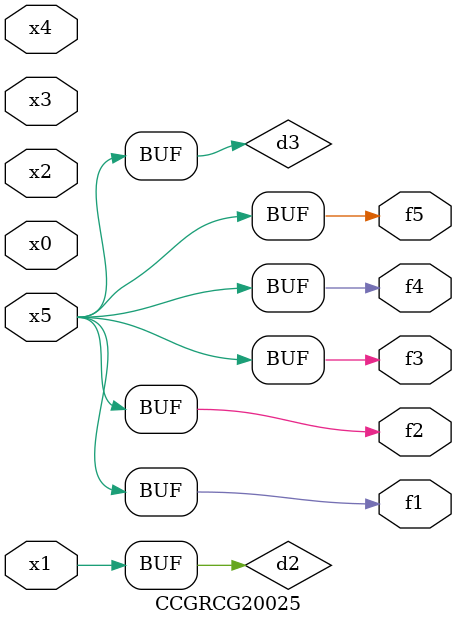
<source format=v>
module CCGRCG20025(
	input x0, x1, x2, x3, x4, x5,
	output f1, f2, f3, f4, f5
);

	wire d1, d2, d3;

	not (d1, x5);
	or (d2, x1);
	xnor (d3, d1);
	assign f1 = d3;
	assign f2 = d3;
	assign f3 = d3;
	assign f4 = d3;
	assign f5 = d3;
endmodule

</source>
